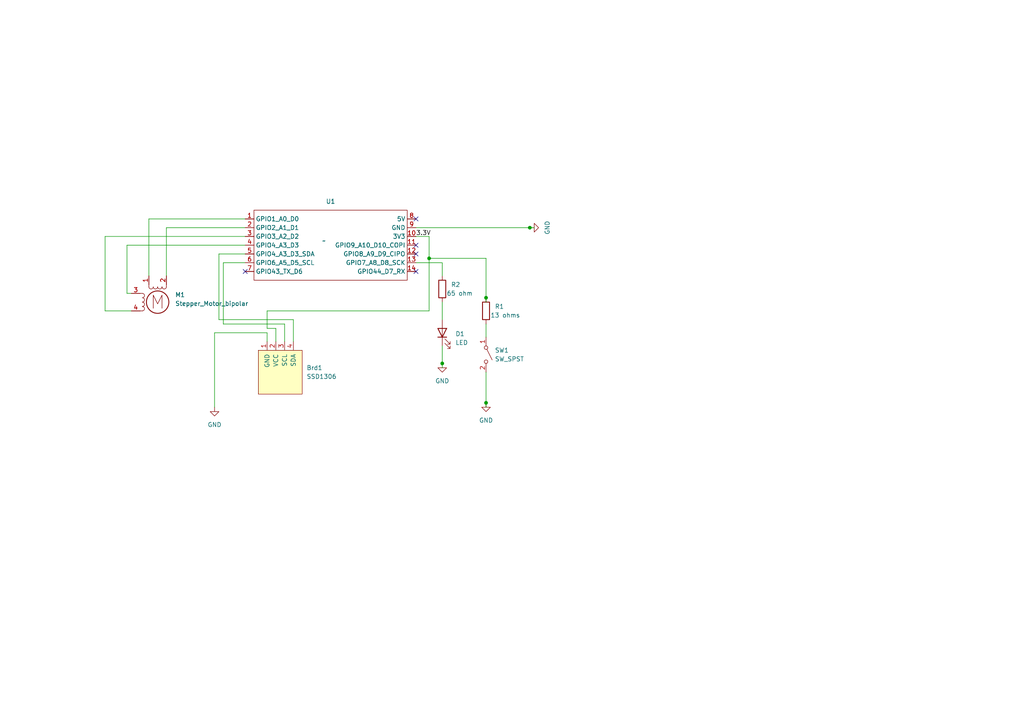
<source format=kicad_sch>
(kicad_sch (version 20230121) (generator eeschema)
  (paper "A4")
  (title_block (title "Handheld PH measure kit") (date "2024-01-29") (rev "v1.0") (company "Qinghong Chen"))
  (lib_symbols
    (symbol "Device:LED" (pin_numbers hide) (pin_names (offset 1.016) hide)
      (property "Reference" "D" (at 0 2.54 0))
      (property "Value" "LED" (at 0 -2.54 0))
      (symbol "LED_0_1"
        (polyline (pts (xy -1.27 -1.27) (xy -1.27 1.27)) (stroke (width 0.254)))
        (polyline (pts (xy -1.27 0) (xy 1.27 0)))
        (polyline (pts (xy 1.27 -1.27) (xy 1.27 1.27) (xy -1.27 0) (xy 1.27 -1.27)) (stroke (width 0.254)))
        (polyline (pts (xy -3.048 -0.762) (xy -4.572 -2.286) (xy -3.81 -2.286) (xy -4.572 -2.286) (xy -4.572 -1.524)))
        (polyline (pts (xy -1.778 -0.762) (xy -3.302 -2.286) (xy -2.54 -2.286) (xy -3.302 -2.286) (xy -3.302 -1.524)))
      )
      (symbol "LED_1_1"
        (pin passive line (at -3.81 0 0) (length 2.54) (name "K") (number "1"))
        (pin passive line (at 3.81 0 180) (length 2.54) (name "A") (number "2"))
      )
    )
    (symbol "Device:R" (pin_numbers hide) (pin_names (offset 0))
      (property "Reference" "R" (at 2.032 0 90))
      (property "Value" "R" (at 0 0 90))
      (symbol "R_0_1"
        (rectangle (start -1.016 -2.54) (end 1.016 2.54) (stroke (width 0.254)))
      )
      (symbol "R_1_1"
        (pin passive line (at 0 3.81 270) (length 1.27) (name "~") (number "1"))
        (pin passive line (at 0 -3.81 90) (length 1.27) (name "~") (number "2"))
      )
    )
    (symbol "Motor:Stepper_Motor_bipolar" (pin_names (offset 0) hide)
      (property "Reference" "M" (at 3.81 2.54 0))
      (property "Value" "Stepper_Motor_bipolar" (at 3.81 1.27 0))
      (symbol "Stepper_Motor_bipolar_0_0"
        (polyline (pts (xy -1.27 -1.778) (xy -1.27 2.032) (xy 0 -0.508) (xy 1.27 2.032) (xy 1.27 -1.778)))
      )
      (symbol "Stepper_Motor_bipolar_0_1"
        (arc (start -4.445 -2.54) (mid -3.8127 -1.905) (end -4.445 -1.27))
        (arc (start -4.445 -1.27) (mid -3.8127 -0.635) (end -4.445 0))
        (arc (start -4.445 0) (mid -3.8127 0.635) (end -4.445 1.27))
        (arc (start -4.445 1.27) (mid -3.8127 1.905) (end -4.445 2.54))
        (arc (start -2.54 4.445) (mid -1.905 3.8127) (end -1.27 4.445))
        (arc (start -1.27 4.445) (mid -0.635 3.8127) (end 0 4.445))
        (polyline (pts (xy -5.08 -2.54) (xy -4.445 -2.54)))
        (polyline (pts (xy -5.08 2.54) (xy -4.445 2.54)))
        (polyline (pts (xy -2.54 5.08) (xy -2.54 4.445)))
        (polyline (pts (xy 2.54 5.08) (xy 2.54 4.445)))
        (circle (center 0 0) (radius 3.2512) (stroke (width 0.254)))
        (arc (start 0 4.445) (mid 0.635 3.8127) (end 1.27 4.445))
        (arc (start 1.27 4.445) (mid 1.905 3.8127) (end 2.54 4.445))
      )
      (symbol "Stepper_Motor_bipolar_1_1"
        (pin passive line (at -2.54 7.62 270) (length 2.54) (name "~") (number "1"))
        (pin passive line (at 2.54 7.62 270) (length 2.54) (name "-") (number "2"))
        (pin passive line (at -7.62 2.54 0) (length 2.54) (name "~") (number "3"))
        (pin passive line (at -7.62 -2.54 0) (length 2.54) (name "~") (number "4"))
      )
    )
    (symbol "Switch:SW_SPST" (pin_names (offset 0) hide)
      (property "Reference" "SW" (at 0 3.175 0))
      (property "Value" "SW_SPST" (at 0 -2.54 0))
      (symbol "SW_SPST_0_0"
        (circle (center -2.032 0) (radius 0.508))
        (polyline (pts (xy -1.524 0.254) (xy 1.524 1.778)))
        (circle (center 2.032 0) (radius 0.508))
      )
      (symbol "SW_SPST_1_1"
        (pin passive line (at -5.08 0 0) (length 2.54) (name "A") (number "1"))
        (pin passive line (at 5.08 0 180) (length 2.54) (name "B") (number "2"))
      )
    )
    (symbol "esp32_sense:XIAO_ESP32_SENSE"
      (property "Reference" "U" (at 0 0 0))
      (symbol "XIAO_ESP32_SENSE_0_1"
        (polyline (pts (xy -20.32 8.89) (xy -20.32 -11.43) (xy 24.13 -11.43) (xy 24.13 8.89) (xy -20.32 8.89)))
      )
      (symbol "XIAO_ESP32_SENSE_1_1"
        (pin bidirectional line (at -22.86 6.35 0) (length 2.54) (name "GPIO1_A0_D0") (number "1"))
        (pin bidirectional line (at 26.67 1.27 180) (length 2.54) (name "3V3") (number "10"))
        (pin bidirectional line (at 26.67 -1.27 180) (length 2.54) (name "GPIO9_A10_D10_COPI") (number "11"))
        (pin bidirectional line (at 26.67 -3.81 180) (length 2.54) (name "GPIO8_A9_D9_CIPO") (number "12"))
        (pin bidirectional line (at 26.67 -6.35 180) (length 2.54) (name "GPIO7_A8_D8_SCK") (number "13"))
        (pin bidirectional line (at 26.67 -8.89 180) (length 2.54) (name "GPIO44_D7_RX") (number "14"))
        (pin bidirectional line (at -22.86 3.81 0) (length 2.54) (name "GPIO2_A1_D1") (number "2"))
        (pin bidirectional line (at -22.86 1.27 0) (length 2.54) (name "GPIO3_A2_D2") (number "3"))
        (pin bidirectional line (at -22.86 -1.27 0) (length 2.54) (name "GPIO4_A3_D3") (number "4"))
        (pin bidirectional line (at -22.86 -3.81 0) (length 2.54) (name "GPIO4_A3_D3_SDA") (number "5"))
        (pin bidirectional line (at -22.86 -6.35 0) (length 2.54) (name "GPIO6_A5_D5_SCL") (number "6"))
        (pin bidirectional line (at -22.86 -8.89 0) (length 2.54) (name "GPIO43_TX_D6") (number "7"))
        (pin bidirectional line (at 26.67 6.35 180) (length 2.54) (name "5V") (number "8"))
        (pin bidirectional line (at 26.67 3.81 180) (length 2.54) (name "GND") (number "9"))
      )
    )
    (symbol "power:GND" (power) (pin_names (offset 0))
      (property "Value" "GND" (at 0 -3.81 0))
      (symbol "GND_0_1"
        (polyline (pts (xy 0 0) (xy 0 -1.27) (xy 1.27 -1.27) (xy 0 -2.54) (xy -1.27 -1.27) (xy 0 -1.27)))
      )
      (symbol "GND_1_1"
        (pin power_in line (at 0 0 270) (length 0) hide (name "GND") (number "1"))
      )
    )
    (symbol "ssd_1306:SSD1306" (pin_names (offset 1.016))
      (property "Reference" "Brd" (at 0 -3.81 0))
      (property "Value" "SSD1306" (at 0 -1.27 0))
      (symbol "SSD1306_0_1"
        (rectangle (start -6.35 6.35) (end 6.35 -6.35) (fill (type background)))
      )
      (symbol "SSD1306_1_1"
        (pin input line (at -3.81 8.89 270) (length 2.54) (name "GND") (number "1"))
        (pin input line (at -1.27 8.89 270) (length 2.54) (name "VCC") (number "2"))
        (pin input line (at 1.27 8.89 270) (length 2.54) (name "SCL") (number "3"))
        (pin input line (at 3.81 8.89 270) (length 2.54) (name "SDA") (number "4"))
      )
    )
  )
  (junction (at 140.97 86.36))
  (junction (at 140.97 116.84))
  (junction (at 124.46 74.93))
  (junction (at 128.27 105.41))
  (junction (at 153.67 66.04))
  (no_connect (at 120.65 78.74))
  (no_connect (at 71.12 78.74))
  (no_connect (at 120.65 73.66))
  (no_connect (at 120.65 63.5))
  (no_connect (at 120.65 71.12))
  (wire (pts (xy 140.97 116.84) (xy 140.97 118.11)))
  (wire (pts (xy 36.83 71.12) (xy 36.83 85.09)))
  (wire (pts (xy 71.12 76.2) (xy 64.77 76.2)))
  (wire (pts (xy 77.47 90.17) (xy 77.47 95.25)))
  (wire (pts (xy 62.23 96.52) (xy 77.47 96.52)))
  (wire (pts (xy 30.48 68.58) (xy 30.48 90.17)))
  (wire (pts (xy 140.97 93.98) (xy 140.97 97.79)))
  (wire (pts (xy 38.1 85.09) (xy 36.83 85.09)))
  (wire (pts (xy 77.47 96.52) (xy 77.47 99.06)))
  (wire (pts (xy 124.46 74.93) (xy 140.97 74.93)))
  (wire (pts (xy 128.27 105.41) (xy 128.27 106.68)))
  (wire (pts (xy 63.5 92.71) (xy 85.09 92.71)))
  (wire (pts (xy 128.27 100.33) (xy 128.27 105.41)))
  (wire (pts (xy 128.27 80.01) (xy 128.27 76.2)))
  (wire (pts (xy 77.47 90.17) (xy 124.46 90.17)))
  (wire (pts (xy 140.97 74.93) (xy 140.97 86.36)))
  (wire (pts (xy 124.46 74.93) (xy 124.46 90.17)))
  (wire (pts (xy 62.23 96.52) (xy 62.23 118.11)))
  (wire (pts (xy 36.83 71.12) (xy 71.12 71.12)))
  (wire (pts (xy 82.55 93.98) (xy 82.55 99.06)))
  (wire (pts (xy 64.77 93.98) (xy 82.55 93.98)))
  (wire (pts (xy 140.97 107.95) (xy 140.97 116.84)))
  (wire (pts (xy 43.18 80.01) (xy 43.18 63.5)))
  (wire (pts (xy 48.26 66.04) (xy 48.26 80.01)))
  (wire (pts (xy 80.01 95.25) (xy 77.47 95.25)))
  (wire (pts (xy 120.65 66.04) (xy 153.67 66.04)))
  (wire (pts (xy 128.27 76.2) (xy 120.65 76.2)))
  (wire (pts (xy 30.48 68.58) (xy 71.12 68.58)))
  (wire (pts (xy 48.26 66.04) (xy 71.12 66.04)))
  (wire (pts (xy 124.46 68.58) (xy 120.65 68.58)))
  (wire (pts (xy 85.09 92.71) (xy 85.09 99.06)))
  (wire (pts (xy 153.67 66.04) (xy 154.94 66.04)))
  (wire (pts (xy 128.27 87.63) (xy 128.27 92.71)))
  (wire (pts (xy 64.77 76.2) (xy 64.77 93.98)))
  (wire (pts (xy 71.12 73.66) (xy 63.5 73.66)))
  (wire (pts (xy 124.46 68.58) (xy 124.46 74.93)))
  (wire (pts (xy 140.97 87.63) (xy 140.97 86.36)))
  (wire (pts (xy 80.01 95.25) (xy 80.01 99.06)))
  (wire (pts (xy 43.18 63.5) (xy 71.12 63.5)))
  (wire (pts (xy 30.48 90.17) (xy 38.1 90.17)))
  (wire (pts (xy 63.5 73.66) (xy 63.5 92.71)))
  (label "3.3V" (at 120.65 68.58 0))
  (symbol (lib_id "Device:R") (at 140.97 90.17 0) (unit 1)
    (property "Reference" "R1" (at 143.51 88.9 0) (effects (justify left)))
    (property "Value" "13 ohms" (at 142.24 91.44 0) (effects (justify left)))
    (property "Footprint" "Resistor_SMD:R_0805_2012Metric_Pad1.20x1.40mm_HandSolder" (effects hide))
  )
  (symbol (lib_id "ssd_1306:SSD1306") (at 81.28 107.95 0) (unit 1)
    (property "Reference" "Brd1" (at 88.9 106.68 0) (effects (justify left)))
    (property "Value" "SSD1306" (at 88.9 109.22 0) (effects (justify left)))
    (property "Footprint" "ssd1306:128x64OLED" (effects hide))
  )
  (symbol (lib_id "Motor:Stepper_Motor_bipolar") (at 45.72 87.63 0) (unit 1)
    (property "Reference" "M1" (at 50.8 85.5091 0) (effects (justify left)))
    (property "Value" "Stepper_Motor_bipolar" (at 50.8 88.0491 0) (effects (justify left)))
    (property "Footprint" "motor:x27_stepper_two_holes" (effects hide))
    (property "Datasheet" "http://www.infineon.com/dgdl/Application-Note-TLE8110EE_driving_UniPolarStepperMotor_V1.1.pdf?fileId=db3a30431be39b97011be5d0aa0a00b0" (effects hide))
  )
  (symbol (lib_id "power:GND") (at 128.27 105.41 0) (unit 1)
    (property "Reference" "#PWR01" (effects hide))
    (property "Value" "GND" (at 128.27 110.49 0))
  )
  (symbol (lib_id "Switch:SW_SPST") (at 140.97 102.87 270) (unit 1)
    (property "Reference" "SW1" (at 143.51 101.6 90) (effects (justify left)))
    (property "Value" "SW_SPST" (at 143.51 104.14 90) (effects (justify left)))
    (property "Footprint" "Button_Switch_THT:SW_PUSH-12mm" (effects hide))
  )
  (symbol (lib_id "power:GND") (at 153.67 66.04 90) (unit 1)
    (property "Reference" "#PWR04" (effects hide))
    (property "Value" "GND" (at 158.75 66.04 0))
  )
  (symbol (lib_id "Device:R") (at 128.27 83.82 0) (unit 1)
    (property "Reference" "R2" (at 130.81 82.55 0) (effects (justify left)))
    (property "Value" "65 ohm" (at 129.54 85.09 0) (effects (justify left)))
    (property "Footprint" "Resistor_SMD:R_0805_2012Metric_Pad1.20x1.40mm_HandSolder" (effects hide))
  )
  (symbol (lib_id "Device:LED") (at 128.27 96.52 90) (unit 1)
    (property "Reference" "D1" (at 132.08 96.8375 90) (effects (justify right)))
    (property "Value" "LED" (at 132.08 99.3775 90) (effects (justify right)))
    (property "Footprint" "LED_SMD:LED_0805_2012Metric_Pad1.15x1.40mm_HandSolder" (effects hide))
  )
  (symbol (lib_id "esp32_sense:XIAO_ESP32_SENSE") (at 93.98 69.85 0) (unit 1)
    (property "Reference" "U1" (at 95.885 58.42 0))
    (property "Value" "~" (at 93.98 69.85 0))
    (property "Footprint" "esp32_sense:XIAO_ESP32_SENSE" (effects hide))
  )
  (symbol (lib_id "power:GND") (at 62.23 118.11 0) (unit 1)
    (property "Reference" "#PWR02" (effects hide))
    (property "Value" "GND" (at 62.23 123.19 0))
  )
  (symbol (lib_id "power:GND") (at 140.97 116.84 0) (unit 1)
    (property "Reference" "#PWR03" (effects hide))
    (property "Value" "GND" (at 140.97 121.92 0))
  )
)
</source>
